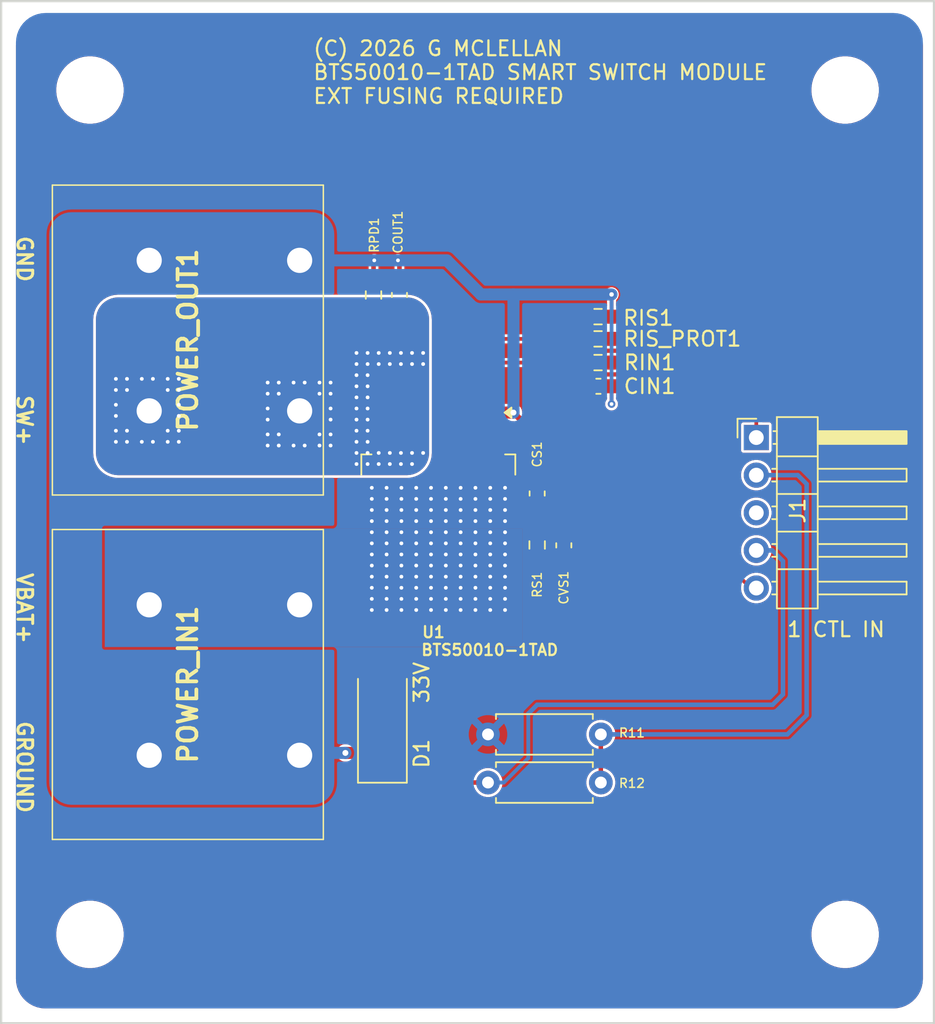
<source format=kicad_pcb>
(kicad_pcb (version 20241229) (generator "pcbnew") (generator_version "9.0")
  (layers (0 "F.Cu" signal) (2 "B.Cu" signal) (13 "F.Paste" user) (15 "B.Paste" user) (5 "F.SilkS" user "F.Silkscreen") (7 "B.SilkS" user "B.Silkscreen") (1 "F.Mask" user) (3 "B.Mask" user) (25 "Edge.Cuts" user))
  (net 0 "")
  (net 1 "GND")
  (net 2 "Net-(U1-IN)")
  (net 4 "Net-(CS1-Pad1)")
  (net 5 "+12V")
  (net 6 "/VS")
  (net 7 "/SW1IS")
  (net 8 "/SW1IN")
  (net 9 "/SW1OUT")
  (net 10 "/SW1IS_PD")
  (footprint "Resistor_SMD:R_0603_1608Metric_Pad0.98x0.95mm_HandSolder" (layer "F.Cu") (at 130.3125 90.4 180)
    (property "Reference" "RIN1" (at -3.4875 0 0) (layer "F.SilkS"))
    (property "Value" "4K7" (hide yes))
    (fp_line (start -0.254724 0.5225) (end 0.254724 0.5225) (stroke (width 0.12)) (layer "F.SilkS"))
    (fp_line (start -0.254724 -0.5225) (end 0.254724 -0.5225) (stroke (width 0.12)) (layer "F.SilkS"))
    (pad "1" smd roundrect (at -0.9125 0 180) (size 0.975 0.95) (layers "F.Cu" "F.Mask" "F.Paste") (net 8 "/SW1IN"))
    (pad "2" smd roundrect (at 0.9125 0 180) (size 0.975 0.95) (layers "F.Cu" "F.Mask" "F.Paste") (net 2 "Net-(U1-IN)"))
  )
  (footprint "SamacSys_Parts:VP0265840000G" (layer "F.Cu") (at 100 106.75 -90)
    (property "Reference" "POWER_IN1" (at 5.38 -2.61 270) (layer "F.SilkS") (effects (font (size 1.27 1.27) (thickness 0.254))))
    (property "Value" "PWRIN" (hide yes))
    (fp_line (start -5.08 6.54) (end -5.08 -11.76) (stroke (width 0.1)) (layer "F.SilkS"))
    (fp_line (start 15.84 6.54) (end -5.08 6.54) (stroke (width 0.1)) (layer "F.SilkS"))
    (fp_line (start -5.08 -11.76) (end 15.84 -11.76) (stroke (width 0.1)) (layer "F.SilkS"))
    (fp_line (start 15.84 -11.76) (end 15.84 6.54) (stroke (width 0.1)) (layer "F.SilkS"))
    (pad "1" thru_hole circle (at 0 0 270) (size 2.55 2.55) (drill 1.7) (layers "*.Cu" "*.Mask") (net 5 "+12V"))
    (pad "2" thru_hole circle (at 0 -10.16 270) (size 2.55 2.55) (drill 1.7) (layers "*.Cu" "*.Mask") (net 5 "+12V"))
    (pad "3" thru_hole circle (at 10.16 0 270) (size 2.55 2.55) (drill 1.7) (layers "*.Cu" "*.Mask") (net 1 "GND"))
    (pad "4" thru_hole circle (at 10.16 -10.16 270) (size 2.55 2.55) (drill 1.7) (layers "*.Cu" "*.Mask") (net 1 "GND"))
  )
  (footprint "Package_TO_SOT_SMD:TO-263-7_TabPin4" (layer "F.Cu") (at 119.525 101.425 -90)
    (property "Reference" "U1" (at 7.175 0.325 0) (layer "F.SilkS") (effects (font (size 0.75 0.75))))
    (property "Value" "BTS50010-1TAD" (at 8.375 -3.475 180) (layer "F.SilkS") (effects (font (size 0.75 0.75))))
    (fp_line (start -4.825 5.2) (end -4.825 4.51) (stroke (width 0.12)) (layer "F.SilkS"))
    (fp_line (start -3.46 5.2) (end -4.825 5.2) (stroke (width 0.12)) (layer "F.SilkS"))
    (fp_line (start -4.825 -5.2) (end -4.825 -4.51) (stroke (width 0.12)) (layer "F.SilkS"))
    (fp_line (start -3.46 -5.2) (end -4.825 -5.2) (stroke (width 0.12)) (layer "F.SilkS"))
    (fp_poly (pts (xy -7.65 -4.47) (xy -7.99 -4.94) (xy -7.31 -4.94)) (stroke (width 0.12)) (fill yes) (layer "F.SilkS"))
    (pad "1" smd roundrect (at -7.65 -3.81 270) (size 4.6 0.8) (layers "F.Cu" "F.Mask" "F.Paste") (net 1 "GND"))
    (pad "2" smd roundrect (at -7.65 -2.54 270) (size 4.6 0.8) (layers "F.Cu" "F.Mask" "F.Paste") (net 2 "Net-(U1-IN)"))
    (pad "3" smd roundrect (at -7.65 -1.27 270) (size 4.6 0.8) (layers "F.Cu" "F.Mask" "F.Paste") (net 10 "/SW1IS_PD"))
    (pad "4" smd roundrect (at -7.65 0 270) (size 4.6 0.8) (layers "F.Cu" "F.Mask" "F.Paste") (net 5 "+12V"))
    (pad "4" smd roundrect (at 1.5 0 270) (size 9.4 10.8) (layers "F.Cu" "F.Mask") (roundrect_rratio 0.026596) (net 5 "+12V"))
    (pad "5" smd roundrect (at -7.65 1.27 270) (size 4.6 0.8) (layers "F.Cu" "F.Mask" "F.Paste") (net 9 "/SW1OUT"))
    (pad "6" smd roundrect (at -7.65 2.54 270) (size 4.6 0.8) (layers "F.Cu" "F.Mask" "F.Paste") (net 9 "/SW1OUT"))
    (pad "7" smd roundrect (at -7.65 3.81 270) (size 4.6 0.8) (layers "F.Cu" "F.Mask" "F.Paste") (net 9 "/SW1OUT"))
  )
  (footprint "MountingHole:MountingHole_4.3mm_M4" (layer "F.Cu") (at 147 129)
    (property "Reference" "H4" (hide yes))
    (property "Value" "M4 4.3mm" (hide yes))
    (pad "" np_thru_hole circle (at 0 0) (size 4.3 4.3) (drill 4.3) (layers "*.Cu" "*.Mask"))
  )
  (footprint "Resistor_SMD:R_0603_1608Metric_Pad0.98x0.95mm_HandSolder" (layer "F.Cu") (at 115.15 85.8375 -90)
    (property "Reference" "RPD1" (at -4.0375 -0.05 90) (layer "F.SilkS") (effects (font (size 0.6 0.6) (thickness 0.1) (bold yes))))
    (property "Value" "47K" (hide yes))
    (fp_line (start -0.254724 0.5225) (end 0.254724 0.5225) (stroke (width 0.12)) (layer "F.SilkS"))
    (fp_line (start -0.254724 -0.5225) (end 0.254724 -0.5225) (stroke (width 0.12)) (layer "F.SilkS"))
    (pad "1" smd roundrect (at -0.9125 0 270) (size 0.975 0.95) (layers "F.Cu" "F.Mask" "F.Paste") (net 1 "GND"))
    (pad "2" smd roundrect (at 0.9125 0 270) (size 0.975 0.95) (layers "F.Cu" "F.Mask" "F.Paste") (net 9 "/SW1OUT"))
  )
  (footprint "Capacitor_SMD:C_0603_1608Metric_Pad1.08x0.95mm_HandSolder" (layer "F.Cu") (at 116.9 85.8375 90)
    (property "Reference" "COUT1" (at 4.2375 -0.1 90) (layer "F.SilkS") (effects (font (size 0.6 0.6) (thickness 0.1) (bold yes))))
    (property "Value" "10n" (hide yes))
    (fp_line (start -0.146267 -0.51) (end 0.146267 -0.51) (stroke (width 0.12)) (layer "F.SilkS"))
    (fp_line (start -0.146267 0.51) (end 0.146267 0.51) (stroke (width 0.12)) (layer "F.SilkS"))
    (pad "1" smd roundrect (at -0.8625 0 90) (size 1.075 0.95) (layers "F.Cu" "F.Mask" "F.Paste") (net 9 "/SW1OUT"))
    (pad "2" smd roundrect (at 0.8625 0 90) (size 1.075 0.95) (layers "F.Cu" "F.Mask" "F.Paste") (net 1 "GND"))
  )
  (footprint "Resistor_SMD:R_0603_1608Metric_Pad0.98x0.95mm_HandSolder" (layer "F.Cu") (at 126.2 102.7125 -90)
    (property "Reference" "RS1" (at 2.6875 0 90) (layer "F.SilkS") (effects (font (size 0.6 0.6) (thickness 0.1) (bold yes))))
    (property "Value" "3R9" (hide yes))
    (fp_line (start -0.254724 0.5225) (end 0.254724 0.5225) (stroke (width 0.12)) (layer "F.SilkS"))
    (fp_line (start -0.254724 -0.5225) (end 0.254724 -0.5225) (stroke (width 0.12)) (layer "F.SilkS"))
    (pad "1" smd roundrect (at -0.9125 0 270) (size 0.975 0.95) (layers "F.Cu" "F.Mask" "F.Paste") (net 4 "Net-(CS1-Pad1)"))
    (pad "2" smd roundrect (at 0.9125 0 270) (size 0.975 0.95) (layers "F.Cu" "F.Mask" "F.Paste") (net 5 "+12V"))
  )
  (footprint "Resistor_THT:R_Axial_DIN0207_L6.3mm_D2.5mm_P7.62mm_Horizontal" (layer "F.Cu") (at 130.5 115.5 180)
    (property "Reference" "R11" (at -2.1 0.1 0) (layer "F.SilkS") (effects (font (size 0.6 0.6) (thickness 0.1) (bold yes))))
    (property "Value" "4K7" (hide yes))
    (fp_line (start 7.08 1.37) (end 7.08 1.04) (stroke (width 0.12)) (layer "F.SilkS"))
    (fp_line (start 7.08 -1.37) (end 7.08 -1.04) (stroke (width 0.12)) (layer "F.SilkS"))
    (fp_line (start 0.54 1.37) (end 7.08 1.37) (stroke (width 0.12)) (layer "F.SilkS"))
    (fp_line (start 0.54 1.04) (end 0.54 1.37) (stroke (width 0.12)) (layer "F.SilkS"))
    (fp_line (start 0.54 -1.04) (end 0.54 -1.37) (stroke (width 0.12)) (layer "F.SilkS"))
    (fp_line (start 0.54 -1.37) (end 7.08 -1.37) (stroke (width 0.12)) (layer "F.SilkS"))
    (pad "1" thru_hole circle (at 0 0 180) (size 1.6 1.6) (drill 0.8) (layers "*.Cu" "*.Mask") (net 6 "/VS"))
    (pad "2" thru_hole circle (at 7.62 0 180) (size 1.6 1.6) (drill 0.8) (layers "*.Cu" "*.Mask") (net 5 "+12V"))
  )
  (footprint "Resistor_THT:R_Axial_DIN0207_L6.3mm_D2.5mm_P7.62mm_Horizontal" (layer "F.Cu") (at 122.88 118.75)
    (property "Reference" "R12" (at 9.72 0.05 0) (layer "F.SilkS") (effects (font (size 0.6 0.6) (thickness 0.1) (bold yes))))
    (property "Value" "1K0" (hide yes))
    (fp_line (start 0.54 -1.37) (end 7.08 -1.37) (stroke (width 0.12)) (layer "F.SilkS"))
    (fp_line (start 0.54 -1.04) (end 0.54 -1.37) (stroke (width 0.12)) (layer "F.SilkS"))
    (fp_line (start 0.54 1.04) (end 0.54 1.37) (stroke (width 0.12)) (layer "F.SilkS"))
    (fp_line (start 0.54 1.37) (end 7.08 1.37) (stroke (width 0.12)) (layer "F.SilkS"))
    (fp_line (start 7.08 -1.37) (end 7.08 -1.04) (stroke (width 0.12)) (layer "F.SilkS"))
    (fp_line (start 7.08 1.37) (end 7.08 1.04) (stroke (width 0.12)) (layer "F.SilkS"))
    (pad "1" thru_hole circle (at 0 0) (size 1.6 1.6) (drill 0.8) (layers "*.Cu" "*.Mask") (net 1 "GND"))
    (pad "2" thru_hole circle (at 7.62 0) (size 1.6 1.6) (drill 0.8) (layers "*.Cu" "*.Mask") (net 6 "/VS"))
  )
  (footprint "MountingHole:MountingHole_4.3mm_M4" (layer "F.Cu") (at 96 72)
    (property "Reference" "H1" (hide yes))
    (property "Value" "M4 4.3mm" (hide yes))
    (pad "" np_thru_hole circle (at 0 0) (size 4.3 4.3) (drill 4.3) (layers "*.Cu" "*.Mask"))
  )
  (footprint "MountingHole:MountingHole_4.3mm_M4" (layer "F.Cu") (at 96 129)
    (property "Reference" "H2" (hide yes))
    (property "Value" "M4 4.3mm" (hide yes))
    (pad "" np_thru_hole circle (at 0 0) (size 4.3 4.3) (drill 4.3) (layers "*.Cu" "*.Mask"))
  )
  (footprint "SamacSys_Parts:VP0265840000G" (layer "F.Cu") (at 100 83.5 -90)
    (property "Reference" "POWER_OUT1" (at 5.38 -2.61 270) (layer "F.SilkS") (effects (font (size 1.27 1.27) (thickness 0.254))))
    (property "Value" "SW OUT" (hide yes))
    (fp_line (start -5.08 6.54) (end -5.08 -11.76) (stroke (width 0.1)) (layer "F.SilkS"))
    (fp_line (start 15.84 6.54) (end -5.08 6.54) (stroke (width 0.1)) (layer "F.SilkS"))
    (fp_line (start -5.08 -11.76) (end 15.84 -11.76) (stroke (width 0.1)) (layer "F.SilkS"))
    (fp_line (start 15.84 -11.76) (end 15.84 6.54) (stroke (width 0.1)) (layer "F.SilkS"))
    (pad "1" thru_hole circle (at 0 0 270) (size 2.55 2.55) (drill 1.7) (layers "*.Cu" "*.Mask") (net 1 "GND"))
    (pad "2" thru_hole circle (at 0 -10.16 270) (size 2.55 2.55) (drill 1.7) (layers "*.Cu" "*.Mask") (net 1 "GND"))
    (pad "3" thru_hole circle (at 10.16 0 270) (size 2.55 2.55) (drill 1.7) (layers "*.Cu" "*.Mask") (net 9 "/SW1OUT"))
    (pad "4" thru_hole circle (at 10.16 -10.16 270) (size 2.55 2.55) (drill 1.7) (layers "*.Cu" "*.Mask") (net 9 "/SW1OUT"))
  )
  (footprint "Capacitor_SMD:C_0603_1608Metric_Pad1.08x0.95mm_HandSolder" (layer "F.Cu") (at 128 102.7375 90)
    (property "Reference" "CVS1" (at -2.8625 0 90) (layer "F.SilkS") (effects (font (size 0.6 0.6) (thickness 0.1) (bold yes))))
    (property "Value" "100n" (hide yes))
    (fp_line (start -0.146267 -0.51) (end 0.146267 -0.51) (stroke (width 0.12)) (layer "F.SilkS"))
    (fp_line (start -0.146267 0.51) (end 0.146267 0.51) (stroke (width 0.12)) (layer "F.SilkS"))
    (pad "1" smd roundrect (at -0.8625 0 90) (size 1.075 0.95) (layers "F.Cu" "F.Mask" "F.Paste") (net 5 "+12V"))
    (pad "2" smd roundrect (at 0.8625 0 90) (size 1.075 0.95) (layers "F.Cu" "F.Mask" "F.Paste") (net 1 "GND"))
  )
  (footprint "Diode_SMD:D_SMA_Handsoldering" (layer "F.Cu") (at 115.75 114.25 90)
    (property "Reference" "D1" (at -2.55 2.65 90) (layer "F.SilkS"))
    (property "Value" "33V" (at 2.25 2.65 90) (layer "F.SilkS"))
    (fp_line (start -4.51 -1.65) (end 2.5 -1.65) (stroke (width 0.12)) (layer "F.SilkS"))
    (fp_line (start -4.51 -1.65) (end -4.51 1.65) (stroke (width 0.12)) (layer "F.SilkS"))
    (fp_line (start -4.51 1.65) (end 2.5 1.65) (stroke (width 0.12)) (layer "F.SilkS"))
    (pad "1" smd roundrect (at -2.5 0 90) (size 3.5 1.8) (layers "F.Cu" "F.Mask" "F.Paste") (roundrect_rratio 0.1388888889) (net 1 "GND"))
    (pad "2" smd roundrect (at 2.5 0 90) (size 3.5 1.8) (layers "F.Cu" "F.Mask" "F.Paste") (roundrect_rratio 0.1388888889) (net 5 "+12V"))
  )
  (footprint "Resistor_SMD:R_0603_1608Metric_Pad0.98x0.95mm_HandSolder" (layer "F.Cu") (at 130.3125 88.8 180)
    (property "Reference" "RIS_PROT1" (at -5.6875 0 0) (layer "F.SilkS"))
    (property "Value" "4K7" (hide yes))
    (fp_line (start -0.254724 0.5225) (end 0.254724 0.5225) (stroke (width 0.12)) (layer "F.SilkS"))
    (fp_line (start -0.254724 -0.5225) (end 0.254724 -0.5225) (stroke (width 0.12)) (layer "F.SilkS"))
    (pad "1" smd roundrect (at -0.9125 0 180) (size 0.975 0.95) (layers "F.Cu" "F.Mask" "F.Paste") (net 7 "/SW1IS"))
    (pad "2" smd roundrect (at 0.9125 0 180) (size 0.975 0.95) (layers "F.Cu" "F.Mask" "F.Paste") (net 10 "/SW1IS_PD"))
  )
  (footprint "Capacitor_SMD:C_0603_1608Metric_Pad1.08x0.95mm_HandSolder" (layer "F.Cu") (at 126.2 99.2375 90)
    (property "Reference" "CS1" (at 2.6375 0 90) (layer "F.SilkS") (effects (font (size 0.6 0.6) (thickness 0.1) (bold yes))))
    (property "Value" "4u7" (hide yes))
    (fp_line (start -0.146267 -0.51) (end 0.146267 -0.51) (stroke (width 0.12)) (layer "F.SilkS"))
    (fp_line (start -0.146267 0.51) (end 0.146267 0.51) (stroke (width 0.12)) (layer "F.SilkS"))
    (pad "1" smd roundrect (at -0.8625 0 90) (size 1.075 0.95) (layers "F.Cu" "F.Mask" "F.Paste") (net 4 "Net-(CS1-Pad1)"))
    (pad "2" smd roundrect (at 0.8625 0 90) (size 1.075 0.95) (layers "F.Cu" "F.Mask" "F.Paste") (net 1 "GND"))
  )
  (footprint "MountingHole:MountingHole_4.3mm_M4" (layer "F.Cu") (at 147 72)
    (property "Reference" "H3" (hide yes))
    (property "Value" "M4 4.3mm" (hide yes))
    (pad "" np_thru_hole circle (at 0 0) (size 4.3 4.3) (drill 4.3) (layers "*.Cu" "*.Mask"))
  )
  (footprint "Resistor_SMD:R_0603_1608Metric_Pad0.98x0.95mm_HandSolder" (layer "F.Cu") (at 130.3125 87.3 180)
    (property "Reference" "RIS1" (at -3.392895 -0.089209 0) (layer "F.SilkS"))
    (property "Value" "1K0" (hide yes))
    (fp_line (start -0.254724 0.5225) (end 0.254724 0.5225) (stroke (width 0.12)) (layer "F.SilkS"))
    (fp_line (start -0.254724 -0.5225) (end 0.254724 -0.5225) (stroke (width 0.12)) (layer "F.SilkS"))
    (pad "1" smd roundrect (at -0.9125 0 180) (size 0.975 0.95) (layers "F.Cu" "F.Mask" "F.Paste") (net 1 "GND"))
    (pad "2" smd roundrect (at 0.9125 0 180) (size 0.975 0.95) (layers "F.Cu" "F.Mask" "F.Paste") (net 10 "/SW1IS_PD"))
  )
  (footprint "Capacitor_SMD:C_0603_1608Metric_Pad1.08x0.95mm_HandSolder" (layer "F.Cu") (at 130.3375 92)
    (property "Reference" "CIN1" (at 3.4625 0 0) (layer "F.SilkS"))
    (property "Value" "150n" (hide yes))
    (fp_line (start -0.146267 -0.51) (end 0.146267 -0.51) (stroke (width 0.12)) (layer "F.SilkS"))
    (fp_line (start -0.146267 0.51) (end 0.146267 0.51) (stroke (width 0.12)) (layer "F.SilkS"))
    (pad "1" smd roundrect (at -0.8625 0) (size 1.075 0.95) (layers "F.Cu" "F.Mask" "F.Paste") (net 2 "Net-(U1-IN)"))
    (pad "2" smd roundrect (at 0.8625 0) (size 1.075 0.95) (layers "F.Cu" "F.Mask" "F.Paste") (net 1 "GND"))
  )
  (footprint "Connector_PinHeader_2.54mm:PinHeader_1x05_P2.54mm_Horizontal" (layer "F.Cu") (at 141 95.46)
    (property "Reference" "J1" (at 2.8 4.94 90) (layer "F.SilkS"))
    (property "Value" "CTL" (hide yes))
    (fp_line (start -1.27 -1.27) (end 0 -1.27) (stroke (width 0.12)) (layer "F.SilkS"))
    (fp_line (start -1.27 0) (end -1.27 -1.27) (stroke (width 0.12)) (layer "F.SilkS"))
    (fp_line (start 1.077358 2.11) (end 1.39 2.11) (stroke (width 0.12)) (layer "F.SilkS"))
    (fp_line (start 1.077358 2.97) (end 1.39 2.97) (stroke (width 0.12)) (layer "F.SilkS"))
    (fp_line (start 1.077358 4.65) (end 1.39 4.65) (stroke (width 0.12)) (layer "F.SilkS"))
    (fp_line (start 1.077358 5.51) (end 1.39 5.51) (stroke (width 0.12)) (layer "F.SilkS"))
    (fp_line (start 1.077358 7.19) (end 1.39 7.19) (stroke (width 0.12)) (layer "F.SilkS"))
    (fp_line (start 1.077358 8.05) (end 1.39 8.05) (stroke (width 0.12)) (layer "F.SilkS"))
    (fp_line (start 1.077358 9.73) (end 1.39 9.73) (stroke (width 0.12)) (layer "F.SilkS"))
    (fp_line (start 1.077358 10.59) (end 1.39 10.59) (stroke (width 0.12)) (layer "F.SilkS"))
    (fp_line (start 1.16 -0.43) (end 1.39 -0.43) (stroke (width 0.12)) (layer "F.SilkS"))
    (fp_line (start 1.16 0.43) (end 1.39 0.43) (stroke (width 0.12)) (layer "F.SilkS"))
    (fp_line (start 1.39 1.27) (end 4.15 1.27) (stroke (width 0.12)) (layer "F.SilkS"))
    (fp_line (start 1.39 3.81) (end 4.15 3.81) (stroke (width 0.12)) (layer "F.SilkS"))
    (fp_line (start 1.39 6.35) (end 4.15 6.35) (stroke (width 0.12)) (layer "F.SilkS"))
    (fp_line (start 1.39 8.89) (end 4.15 8.89) (stroke (width 0.12)) (layer "F.SilkS"))
    (fp_line (start 4.15 2.11) (end 10.15 2.11) (stroke (width 0.12)) (layer "F.SilkS"))
    (fp_line (start 4.15 4.65) (end 10.15 4.65) (stroke (width 0.12)) (layer "F.SilkS"))
    (fp_line (start 4.15 7.19) (end 10.15 7.19) (stroke (width 0.12)) (layer "F.SilkS"))
    (fp_line (start 4.15 9.73) (end 10.15 9.73) (stroke (width 0.12)) (layer "F.SilkS"))
    (fp_line (start 10.15 2.11) (end 10.15 2.97) (stroke (width 0.12)) (layer "F.SilkS"))
    (fp_line (start 10.15 2.97) (end 4.15 2.97) (stroke (width 0.12)) (layer "F.SilkS"))
    (fp_line (start 10.15 4.65) (end 10.15 5.51) (stroke (width 0.12)) (layer "F.SilkS"))
    (fp_line (start 10.15 5.51) (end 4.15 5.51) (stroke (width 0.12)) (layer "F.SilkS"))
    (fp_line (start 10.15 7.19) (end 10.15 8.05) (stroke (width 0.12)) (layer "F.SilkS"))
    (fp_line (start 10.15 8.05) (end 4.15 8.05) (stroke (width 0.12)) (layer "F.SilkS"))
    (fp_line (start 10.15 9.73) (end 10.15 10.59) (stroke (width 0.12)) (layer "F.SilkS"))
    (fp_line (start 10.15 10.59) (end 4.15 10.59) (stroke (width 0.12)) (layer "F.SilkS"))
    (fp_rect (start 1.39 -1.38) (end 4.15 11.54) (stroke (width 0.12)) (fill no) (layer "F.SilkS"))
    (fp_rect (start 4.15 -0.43) (end 10.15 0.43) (stroke (width 0.12)) (fill yes) (layer "F.SilkS"))
    (pad "1" thru_hole rect (at 0 0) (size 1.7 1.7) (drill 1) (layers "*.Cu" "*.Mask") (net 7 "/SW1IS"))
    (pad "2" thru_hole circle (at 0 2.54) (size 1.7 1.7) (drill 1) (layers "*.Cu" "*.Mask") (net 6 "/VS"))
    (pad "3" thru_hole circle (at 0 5.08) (size 1.7 1.7) (drill 1) (layers "*.Cu" "*.Mask"))
    (pad "4" thru_hole circle (at 0 7.62) (size 1.7 1.7) (drill 1) (layers "*.Cu" "*.Mask") (net 1 "GND"))
    (pad "5" thru_hole circle (at 0 10.16) (size 1.7 1.7) (drill 1) (layers "*.Cu" "*.Mask") (net 8 "/SW1IN"))
  )
  (gr_rect (start 90 66) (end 153 135) (stroke (width 0.1524)) (fill no) (layer "Edge.Cuts"))
  (gr_text "GND" (at 91 81.75 270) (layer "F.SilkS") (effects (font (size 1 1) (thickness 0.2) (bold yes)) (justify left bottom)))
  (gr_text "1 CTL IN" (at 143 109 0) (layer "F.SilkS") (effects (font (size 1 1)) (justify left bottom)))
  (gr_text "SW+\n" (at 91 92.5 270) (layer "F.SilkS") (effects (font (size 1 1) (thickness 0.2) (bold yes)) (justify left bottom)))
  (gr_text "GROUND" (at 91 114.5 270) (layer "F.SilkS") (effects (font (size 1 1) (thickness 0.2) (bold yes)) (justify left bottom)))
  (gr_text "VBAT+" (at 91 104.5 270) (layer "F.SilkS") (effects (font (size 1 1) (thickness 0.2) (bold yes)) (justify left bottom)))
  (gr_text "(C) 2026 G MCLELLAN\nBTS50010-1TAD SMART SWITCH MODULE\nEXT FUSING REQUIRED" (at 111 73 0) (layer "F.SilkS") (effects (font (size 1 1)) (justify left bottom)))
  (segment (start 126.2 98.375) (end 127.375 98.375) (width 0.305) (layer "F.Cu") (net 1))
  (segment (start 131.225 92.025) (end 131.2 92) (width 0.254) (layer "F.Cu") (net 1))
  (segment (start 100 83.5) (end 110.16 83.5) (width 2) (layer "F.Cu") (net 1))
  (segment (start 128 99) (end 128 101.875) (width 0.305) (layer "F.Cu") (net 1))
  (segment (start 131.225 87.3) (end 131.225 85.8) (width 0.254) (layer "F.Cu") (net 1))
  (segment (start 117.5 116.75) (end 119.5 118.75) (width 0.305) (layer "F.Cu") (net 1))
  (segment (start 94.75 111.66) (end 100 116.91) (width 2) (layer "F.Cu") (net 1))
  (segment (start 100 116.91) (end 110.16 116.91) (width 2) (layer "F.Cu") (net 1))
  (segment (start 96.25 83.5) (end 94.75 85) (width 2) (layer "F.Cu") (net 1))
  (segment (start 115.15 83.55) (end 115.2 83.5) (width 0.305) (layer "F.Cu") (net 1))
  (segment (start 115.15 84.925) (end 115.15 83.55) (width 0.305) (layer "F.Cu") (net 1))
  (segment (start 115.75 116.75) (end 113.25 116.75) (width 0.8128) (layer "F.Cu") (net 1))
  (segment (start 115.75 116.75) (end 117.5 116.75) (width 0.305) (layer "F.Cu") (net 1))
  (segment (start 124.6 93.775) (end 123.335 93.775) (width 0.8128) (layer "F.Cu") (net 1))
  (segment (start 100 83.5) (end 96.25 83.5) (width 2) (layer "F.Cu") (net 1))
  (segment (start 119.5 118.75) (end 122.88 118.75) (width 0.305) (layer "F.Cu") (net 1))
  (segment (start 94.75 85) (end 94.75 111.66) (width 2) (layer "F.Cu") (net 1))
  (segment (start 127.375 98.375) (end 128 99) (width 0.305) (layer "F.Cu") (net 1))
  (segment (start 116.9 83.6) (end 116.8 83.5) (width 0.305) (layer "F.Cu") (net 1))
  (segment (start 131.225 93.2) (end 131.225 92.025) (width 0.254) (layer "F.Cu") (net 1))
  (segment (start 126.2 98.375) (end 126.2 95.375) (width 0.406) (layer "F.Cu") (net 1))
  (segment (start 116.9 84.975) (end 116.9 83.6) (width 0.305) (layer "F.Cu") (net 1))
  (segment (start 126.2 95.375) (end 124.6 93.775) (width 0.406) (layer "F.Cu") (net 1))
  (via (at 131.225 85.8) (size 0.6) (drill 0.3) (layers "F.Cu" "B.Cu") (net 1))
  (via (at 124.6 93.775) (size 0.8) (drill 0.4) (layers "F.Cu" "B.Cu") (net 1))
  (via (at 131.225 93.2) (size 0.508) (drill 0.254) (layers "F.Cu" "B.Cu") (net 1))
  (via (at 113.25 116.75) (size 0.8) (drill 0.4) (layers "F.Cu" "B.Cu") (net 1))
  (via (at 116.8 83.5) (size 0.508) (drill 0.254) (layers "F.Cu" "B.Cu") (net 1))
  (via (at 115.2 83.5) (size 0.508) (drill 0.254) (layers "F.Cu" "B.Cu") (net 1))
  (segment (start 122.4 85.8) (end 120.1 83.5) (width 0.8128) (layer "B.Cu") (net 1))
  (segment (start 126.2 113.5) (end 125.6 114.1) (width 0.305) (layer "B.Cu") (net 1))
  (segment (start 141 103.08) (end 142.08 103.08) (width 0.305) (layer "B.Cu") (net 1))
  (segment (start 142.8 112.8) (end 142.1 113.5) (width 0.305) (layer "B.Cu") (net 1))
  (segment (start 142.1 113.5) (end 142 113.5) (width 0.305) (layer "B.Cu") (net 1))
  (segment (start 124.6 85.8) (end 124.6 93.775) (width 0.8128) (layer "B.Cu") (net 1))
  (segment (start 123.95 118.75) (end 125.6 117.1) (width 0.254) (layer "B.Cu") (net 1))
  (segment (start 120.1 83.5) (end 110.16 83.5) (width 0.8128) (layer "B.Cu") (net 1))
  (segment (start 142 113.5) (end 126.2 113.5) (width 0.305) (layer "B.Cu") (net 1))
  (segment (start 131.225 93.2) (end 131.225 85.8) (width 0.254) (layer "B.Cu") (net 1))
  (segment (start 131.225 85.8) (end 123 85.8) (width 0.8128) (layer "B.Cu") (net 1))
  (segment (start 142.8 103.8) (end 142.8 112.8) (width 0.305) (layer "B.Cu") (net 1))
  (segment (start 110.32 116.75) (end 110.16 116.91) (width 0.61) (layer "B.Cu") (net 1))
  (segment (start 123.4 85.8) (end 124.6 85.8) (width 0.61) (layer "B.Cu") (net 1))
  (segment (start 123 85.8) (end 122.4 85.8) (width 0.8128) (layer "B.Cu") (net 1))
  (segment (start 142.08 103.08) (end 142.8 103.8) (width 0.305) (layer "B.Cu") (net 1))
  (segment (start 113.25 116.75) (end 110.32 116.75) (width 0.8128) (layer "B.Cu") (net 1))
  (segment (start 122.88 118.75) (end 123.95 118.75) (width 0.254) (layer "B.Cu") (net 1))
  (segment (start 125.6 117.1) (end 125.6 114.1) (width 0.254) (layer "B.Cu") (net 1))
  (segment (start 122.065 93.775) (end 122.065 91.475) (width 0.254) (layer "F.Cu") (net 2))
  (segment (start 129.4 91.925) (end 129.475 92) (width 0.254) (layer "F.Cu") (net 2))
  (segment (start 123.14 90.4) (end 129.4 90.4) (width 0.254) (layer "F.Cu") (net 2))
  (segment (start 129.4 90.4) (end 129.4 91.925) (width 0.254) (layer "F.Cu") (net 2))
  (segment (start 122.065 91.475) (end 123.14 90.4) (width 0.254) (layer "F.Cu") (net 2))
  (segment (start 126.2 101.8) (end 126.2 100.1) (width 0.305) (layer "F.Cu") (net 4))
  (segment (start 122.35 100.1) (end 119.525 102.925) (width 0.254) (layer "F.Cu") (net 5))
  (via (at 119.032155 106.352587) (size 0.508) (drill 0.254) (layers "F.Cu" "B.Cu") (net 5))
  (via (at 120.032155 100.352587) (size 0.508) (drill 0.254) (layers "F.Cu" "B.Cu") (net 5))
  (via (at 124.032155 98.852587) (size 0.508) (drill 0.254) (layers "F.Cu" "B.Cu") (net 5))
  (via (at 117.032155 105.602587) (size 0.508) (drill 0.254) (layers "F.Cu" "B.Cu") (net 5))
  (via (at 115.032155 105.602587) (size 0.508) (drill 0.254) (layers "F.Cu" "B.Cu") (net 5))
  (via (at 117.032155 103.352587) (size 0.508) (drill 0.254) (layers "F.Cu" "B.Cu") (net 5))
  (via (at 117.032155 104.102587) (size 0.508) (drill 0.254) (layers "F.Cu" "B.Cu") (net 5))
  (via (at 123.032155 103.352587) (size 0.508) (drill 0.254) (layers "F.Cu" "B.Cu") (net 5))
  (via (at 116.032155 99.602587) (size 0.508) (drill 0.254) (layers "F.Cu" "B.Cu") (net 5))
  (via (at 116.032155 103.352587) (size 0.508) (drill 0.254) (layers "F.Cu" "B.Cu") (net 5))
  (via (at 119.032155 101.102587) (size 0.508) (drill 0.254) (layers "F.Cu" "B.Cu") (net 5))
  (via (at 122.032155 102.602587) (size 0.508) (drill 0.254) (layers "F.Cu" "B.Cu") (net 5))
  (via (at 115.032155 98.852587) (size 0.508) (drill 0.254) (layers "F.Cu" "B.Cu") (net 5))
  (via (at 123.032155 100.352587) (size 0.508) (drill 0.254) (layers "F.Cu" "B.Cu") (net 5))
  (via (at 115.032155 104.852587) (size 0.508) (drill 0.254) (layers "F.Cu" "B.Cu") (net 5))
  (via (at 115.032155 103.352587) (size 0.508) (drill 0.254) (layers "F.Cu" "B.Cu") (net 5))
  (via (at 118.032155 107.102587) (size 0.508) (drill 0.254) (layers "F.Cu" "B.Cu") (net 5))
  (via (at 119.032155 100.352587) (size 0.508) (drill 0.254) (layers "F.Cu" "B.Cu") (net 5))
  (via (at 123.032155 106.352587) (size 0.508) (drill 0.254) (layers "F.Cu" "B.Cu") (net 5))
  (via (at 124.032155 101.102587) (size 0.508) (drill 0.254) (layers "F.Cu" "B.Cu") (net 5))
  (via (at 123.032155 101.852587) (size 0.508) (drill 0.254) (layers "F.Cu" "B.Cu") (net 5))
  (via (at 115.032155 99.602587) (size 0.508) (drill 0.254) (layers "F.Cu" "B.Cu") (net 5))
  (via (at 124.032155 102.602587) (size 0.508) (drill 0.254) (layers "F.Cu" "B.Cu") (net 5))
  (via (at 120.032155 98.852587) (size 0.508) (drill 0.254) (layers "F.Cu" "B.Cu") (net 5))
  (via (at 118.032155 102.602587) (size 0.508) (drill 0.254) (layers "F.Cu" "B.Cu") (net 5))
  (via (at 116.032155 106.352587) (size 0.508) (drill 0.254) (layers "F.Cu" "B.Cu") (net 5))
  (via (at 120.032155 103.352587) (size 0.508) (drill 0.254) (layers "F.Cu" "B.Cu") (net 5))
  (via (at 120.032155 104.852587) (size 0.508) (drill 0.254) (layers "F.Cu" "B.Cu") (net 5))
  (via (at 121.032155 102.602587) (size 0.508) (drill 0.254) (layers "F.Cu" "B.Cu") (net 5))
  (via (at 119.032155 101.852587) (size 0.508) (drill 0.254) (layers "F.Cu" "B.Cu") (net 5))
  (via (at 123.032155 107.102587) (size 0.508) (drill 0.254) (layers "F.Cu" "B.Cu") (net 5))
  (via (at 123.032155 99.602587) (size 0.508) (drill 0.254) (layers "F.Cu" "B.Cu") (net 5))
  (via (at 118.032155 104.852587) (size 0.508) (drill 0.254) (layers "F.Cu" "B.Cu") (net 5))
  (via (at 122.032155 105.602587) (size 0.508) (drill 0.254) (layers "F.Cu" "B.Cu") (net 5))
  (via (at 115.032155 106.352587) (size 0.508) (drill 0.254) (layers "F.Cu" "B.Cu") (net 5))
  (via (at 119.032155 105.602587) (size 0.508) (drill 0.254) (layers "F.Cu" "B.Cu") (net 5))
  (via (at 124.032155 105.602587) (size 0.508) (drill 0.254) (layers "F.Cu" "B.Cu") (net 5))
  (via (at 118.032155 101.102587) (size 0.508) (drill 0.254) (layers "F.Cu" "B.Cu") (net 5))
  (via (at 120.032155 104.102587) (size 0.508) (drill 0.254) (layers "F.Cu" "B.Cu") (net 5))
  (via (at 118.032155 100.352587) (size 0.508) (drill 0.254) (layers "F.Cu" "B.Cu") (net 5))
  (via (at 118.032155 104.102587) (size 0.508) (drill 0.254) (layers "F.Cu" "B.Cu") (net 5))
  (via (at 117.032155 100.352587) (size 0.508) (drill 0.254) (layers "F.Cu" "B.Cu") (net 5))
  (via (at 122.032155 107.102587) (size 0.508) (drill 0.254) (layers "F.Cu" "B.Cu") (net 5))
  (via (at 117.032155 106.352587) (size 0.508) (drill 0.254) (layers "F.Cu" "B.Cu") (net 5))
  (via (at 124.032155 106.352587) (size 0.508) (drill 0.254) (layers "F.Cu" "B.Cu") (net 5))
  (via (at 116.032155 101.102587) (size 0.508) (drill 0.254) (layers "F.Cu" "B.Cu") (net 5))
  (via (at 121.032155 98.852587) (size 0.508) (drill 0.254) (layers "F.Cu" "B.Cu") (net 5))
  (via (at 115.032155 101.852587) (size 0.508) (drill 0.254) (layers "F.Cu" "B.Cu") (net 5))
  (via (at 119.032155 102.602587) (size 0.508) (drill 0.254) (layers "F.Cu" "B.Cu") (net 5))
  (via (at 124.032155 101.852587) (size 0.508) (drill 0.254) (layers "F.Cu" "B.Cu") (net 5))
  (via (at 119.032155 107.102587) (size 0.508) (drill 0.254) (layers "F.Cu" "B.Cu") (net 5))
  (via (at 119.032155 104.102587) (size 0.508) (drill 0.254) (layers "F.Cu" "B.Cu") (net 5))
  (via (at 117.032155 99.602587) (size 0.508) (drill 0.254) (layers "F.Cu" "B.Cu") (net 5))
  (via (at 123.032155 98.852587) (size 0.508) (drill 0.254) (layers "F.Cu" "B.Cu") (net 5))
  (via (at 116.032155 104.852587) (size 0.508) (drill 0.254) (layers "F.Cu" "B.Cu") (net 5))
  (via (at 115.032155 104.102587) (size 0.508) (drill 0.254) (layers "F.Cu" "B.Cu") (net 5))
  (via (at 118.032155 103.352587) (size 0.508) (drill 0.254) (layers "F.Cu" "B.Cu") (net 5))
  (via (at 120.032155 101.852587) (size 0.508) (drill 0.254) (layers "F.Cu" "B.Cu") (net 5))
  (via (at 117.032155 101.852587) (size 0.508) (drill 0.254) (layers "F.Cu" "B.Cu") (net 5))
  (via (at 118.032155 99.602587) (size 0.508) (drill 0.254) (layers "F.Cu" "B.Cu") (net 5))
  (via (at 118.032155 101.852587) (size 0.508) (drill 0.254) (layers "F.Cu" "B.Cu") (net 5))
  (via (at 122.032155 101.102587) (size 0.508) (drill 0.254) (layers "F.Cu" "B.Cu") (net 5))
  (via (at 119.032155 98.852587) (size 0.508) (drill 0.254) (layers "F.Cu" "B.Cu") (net 5))
  (via (at 121.032155 99.602587) (size 0.508) (drill 0.254) (layers "F.Cu" "B.Cu") (net 5))
  (via (at 118.032155 106.352587) (size 0.508) (drill 0.254) (layers "F.Cu" "B.Cu") (net 5))
  (via (at 122.032155 100.352587) (size 0.508) (drill 0.254) (layers "F.Cu" "B.Cu") (net 5))
  (via (at 117.032155 104.852587) (size 0.508) (drill 0.254) (layers "F.Cu" "B.Cu") (net 5))
  (via (at 115.032155 100.352587) (size 0.508) (drill 0.254) (layers "F.Cu" "B.Cu") (net 5))
  (via (at 122.032155 104.852587) (size 0.508) (drill 0.254) (layers "F.Cu" "B.Cu") (net 5))
  (via (at 124.032155 103.352587) (size 0.508) (drill 0.254) (layers "F.Cu" "B.Cu") (net 5))
  (via (at 116.032155 98.852587) (size 0.508) (drill 0.254) (layers "F.Cu" "B.Cu") (net 5))
  (via (at 117.032155 101.102587) (size 0.508) (drill 0.254) (layers "F.Cu" "B.Cu") (net 5))
  (via (at 116.032155 104.102587) (size 0.508) (drill 0.254) (layers "F.Cu" "B.Cu") (net 5))
  (via (at 124.032155 104.102587) (size 0.508) (drill 0.254) (layers "F.Cu" "B.Cu") (net 5))
  (via (at 122.032155 101.852587) (size 0.508) (drill 0.254) (layers "F.Cu" "B.Cu") (net 5))
  (via (at 116.032155 101.852587) (size 0.508) (drill 0.254) (layers "F.Cu" "B.Cu") (net 5))
  (via (at 122.032155 103.352587) (size 0.508) (drill 0.254) (layers "F.Cu" "B.Cu") (net 5))
  (via (at 121.032155 104.102587) (size 0.508) (drill 0.254) (layers "F.Cu" "B.Cu") (net 5))
  (via (at 122.032155 99.602587) (size 0.508) (drill 0.254) (layers "F.Cu" "B.Cu") (net 5))
  (via (at 117.032155 102.602587) (size 0.508) (drill 0.254) (layers "F.Cu" "B.Cu") (net 5))
  (via (at 124.032155 99.602587) (size 0.508) (drill 0.254) (layers "F.Cu" "B.Cu") (net 5))
  (via (at 116.032155 102.602587) (size 0.508) (drill 0.254) (layers "F.Cu" "B.Cu") (net 5))
  (via (at 119.032155 103.352587) (size 0.508) (drill 0.254) (layers "F.Cu" "B.Cu") (net 5))
  (via (at 123.032155 102.602587) (size 0.508) (drill 0.254) (layers "F.Cu" "B.Cu") (net 5))
  (via (at 118.032155 105.602587) (size 0.508) (drill 0.254) (layers "F.Cu" "B.Cu") (net 5))
  (via (at 120.032155 99.602587) (size 0.508) (drill 0.254) (layers "F.Cu" "B.Cu") (net 5))
  (via (at 121.032155 104.852587) (size 0.508) (drill 0.254) (layers "F.Cu" "B.Cu") (net 5))
  (via (at 124.032155 104.852587) (size 0.508) (drill 0.254) (layers "F.Cu" "B.Cu") (net 5))
  (via (at 121.032155 100.352587) (size 0.508) (drill 0.254) (layers "F.Cu" "B.Cu") (net 5))
  (via (at 120.032155 105.602587) (size 0.508) (drill 0.254) (layers "F.Cu" "B.Cu") (net 5))
  (via (at 121.032155 101.102587) (size 0.508) (drill 0.254) (layers "F.Cu" "B.Cu") (net 5))
  (via (at 120.032155 106.352587) (size 0.508) (drill 0.254) (layers "F.Cu" "B.Cu") (net 5))
  (via (at 116.032155 107.102587) (size 0.508) (drill 0.254) (layers "F.Cu" "B.Cu") (net 5))
  (via (at 121.032155 107.102587) (size 0.508) (drill 0.254) (layers "F.Cu" "B.Cu") (net 5))
  (via (at 121.032155 106.352587) (size 0.508) (drill 0.254) (layers "F.Cu" "B.Cu") (net 5))
  (via (at 121.032155 105.602587) (size 0.508) (drill 0.254) (layers "F.Cu" "B.Cu") (net 5))
  (via (at 116.032155 100.352587) (size 0.508) (drill 0.254) (layers "F.Cu" "B.Cu") (net 5))
  (via (at 116.032155 105.602587) (size 0.508) (drill 0.254) (layers "F.Cu" "B.Cu") (net 5))
  (via (at 123.032155 101.102587) (size 0.508) (drill 0.254) (layers "F.Cu" "B.Cu") (net 5))
  (via (at 120.032155 101.102587) (size 0.508) (drill 0.254) (layers "F.Cu" "B.Cu") (net 5))
  (via (at 122.032155 98.852587) (size 0.508) (drill 0.254) (layers "F.Cu" "B.Cu") (net 5))
  (via (at 121.032155 103.352587) (size 0.508) (drill 0.254) (layers "F.Cu" "B.Cu") (net 5))
  (via (at 115.032155 107.102587) (size 0.508) (drill 0.254) (layers "F.Cu" "B.Cu") (net 5))
  (via (at 118.032155 98.852587) (size 0.508) (drill 0.254) (layers "F.Cu" "B.Cu") (net 5))
  (via (at 119.032155 99.602587) (size 0.508) (drill 0.254) (layers "F.Cu" "B.Cu") (net 5))
  (via (at 121.032155 101.852587) (size 0.508) (drill 0.254) (layers "F.Cu" "B.Cu") (net 5))
  (via (at 120.032155 107.102587) (size 0.508) (drill 0.254) (layers "F.Cu" "B.Cu") (net 5))
  (via (at 124.032155 100.352587) (size 0.508) (drill 0.254) (layers "F.Cu" "B.Cu") (net 5))
  (via (at 119.032155 104.852587) (size 0.508) (drill 0.254) (layers "F.Cu" "B.Cu") (net 5))
  (via (at 123.032155 104.102587) (size 0.508) (drill 0.254) (layers "F.Cu" "B.Cu") (net 5))
  (via (at 115.032155 101.102587) (size 0.508) (drill 0.254) (layers "F.Cu" "B.Cu") (net 5))
  (via (at 117.032155 98.852587) (size 0.508) (drill 0.254) (layers "F.Cu" "B.Cu") (net 5))
  (via (at 122.032155 106.352587) (size 0.508) (drill 0.254) (layers "F.Cu" "B.Cu") (net 5))
  (via (at 120.032155 102.602587) (size 0.508) (drill 0.254) (layers "F.Cu" "B.Cu") (net 5))
  (via (at 123.032155 104.852587) (size 0.508) (drill 0.254) (layers "F.Cu" "B.Cu") (net 5))
  (via (at 124.032155 107.102587) (size 0.508) (drill 0.254) (layers "F.Cu" "B.Cu") (net 5))
  (via (at 117.032155 107.102587) (size 0.508) (drill 0.254) (layers "F.Cu" "B.Cu") (net 5))
  (via (at 115.032155 102.602587) (size 0.508) (drill 0.254) (layers "F.Cu" "B.Cu") (net 5))
  (via (at 122.032155 104.102587) (size 0.508) (drill 0.254) (layers "F.Cu" "B.Cu") (net 5))
  (via (at 123.032155 105.602587) (size 0.508) (drill 0.254) (layers "F.Cu" "B.Cu") (net 5))
  (segment (start 130.5 118.75) (end 130.5 115.5) (width 0.305) (layer "F.Cu") (net 6))
  (segment (start 144.4 98.6) (end 144.4 114.2) (width 0.305) (layer "B.Cu") (net 6))
  (segment (start 143.1 115.5) (end 130.5 115.5) (width 0.305) (layer "B.Cu") (net 6))
  (segment (start 141 98) (end 143.8 98) (width 0.305) (layer "B.Cu") (net 6))
  (segment (start 143.8 98) (end 144.4 98.6) (width 0.305) (layer "B.Cu") (net 6))
  (segment (start 144.4 114.2) (end 143.1 115.5) (width 0.305) (layer "B.Cu") (net 6))
  (segment (start 131.225 88.8) (end 136.8 88.8) (width 0.254) (layer "F.Cu") (net 7))
  (segment (start 141 93) (end 136.8 88.8) (width 0.254) (layer "F.Cu") (net 7))
  (segment (start 141 95.46) (end 141 93) (width 0.254) (layer "F.Cu") (net 7))
  (segment (start 140.62 105.62) (end 138.2 103.2) (width 0.254) (layer "F.Cu") (net 8))
  (segment (start 141 105.62) (end 140.62 105.62) (width 0.254) (layer "F.Cu") (net 8))
  (segment (start 138.2 92.9) (end 135.7 90.4) (width 0.254) (layer "F.Cu") (net 8))
  (segment (start 138.2 103.2) (end 138.2 92.9) (width 0.254) (layer "F.Cu") (net 8))
  (segment (start 135.7 90.4) (end 131.225 90.4) (width 0.254) (layer "F.Cu") (net 8))
  (via (at 102 93.25) (size 0.508) (drill 0.254) (layers "F.Cu" "B.Cu") (net 9))
  (via (at 116.25 90.5) (size 0.508) (drill 0.254) (layers "F.Cu" "B.Cu") (net 9))
  (via (at 108.75 96) (size 0.508) (drill 0.254) (layers "F.Cu" "B.Cu") (net 9))
  (via (at 108 95.25) (size 0.508) (drill 0.254) (layers "F.Cu" "B.Cu") (net 9))
  (via (at 114 97.25) (size 0.508) (drill 0.254) (layers "F.Cu" "B.Cu") (net 9))
  (via (at 111.5 92.5) (size 0.508) (drill 0.254) (layers "F.Cu" "B.Cu") (net 9))
  (via (at 108 93.5) (size 0.508) (drill 0.254) (layers "F.Cu" "B.Cu") (net 9))
  (via (at 114 96.5) (size 0.508) (drill 0.254) (layers "F.Cu" "B.Cu") (net 9))
  (via (at 116.25 89.75) (size 0.508) (drill 0.254) (layers "F.Cu" "B.Cu") (net 9))
  (via (at 114.75 97.25) (size 0.508) (drill 0.254) (layers "F.Cu" "B.Cu") (net 9))
  (via (at 117.75 96.5) (size 0.508) (drill 0.254) (layers "F.Cu" "B.Cu") (net 9))
  (via (at 97.75 94) (size 0.508) (drill 0.254) (layers "F.Cu" "B.Cu") (net 9))
  (via (at 109.75 96) (size 0.508) (drill 0.254) (layers "F.Cu" "B.Cu") (net 9))
  (via (at 117 89.75) (size 0.508) (drill 0.254) (layers "F.Cu" "B.Cu") (net 9))
  (via (at 102 94) (size 0.508) (drill 0.254) (layers "F.Cu" "B.Cu") (net 9))
  (via (at 114.75 92) (size 0.508) (drill 0.254) (layers "F.Cu" "B.Cu") (net 9))
  (via (at 117 90.5) (size 0.508) (drill 0.254) (layers "F.Cu" "B.Cu") (net 9))
  (via (at 99.5 95.75) (size 0.508) (drill 0.254) (layers "F.Cu" "B.Cu") (net 9))
  (via (at 109.75 91.75) (size 0.508) (drill 0.254) (layers "F.Cu" "B.Cu") (net 9))
  (via (at 115.5 96.5) (size 0.508) (drill 0.254) (layers "F.Cu" "B.Cu") (net 9))
  (via (at 116.25 96.5) (size 0.508) (drill 0.254) (layers "F.Cu" "B.Cu") (net 9))
  (via (at 110.5 96) (size 0.508) (drill 0.254) (layers "F.Cu" "B.Cu") (net 9))
  (via (at 97.75 95) (size 0.508) (drill 0.254) (layers "F.Cu" "B.Cu") (net 9))
  (via (at 114 92) (size 0.508) (drill 0.254) (layers "F.Cu" "B.Cu") (net 9))
  (via (at 97.75 93.25) (size 0.508) (drill 0.254) (layers "F.Cu" "B.Cu") (net 9))
  (via (at 114 91.25) (size 0.508) (drill 0.254) (layers "F.Cu" "B.Cu") (net 9))
  (via (at 102 95.75) (size 0.508) (drill 0.254) (layers "F.Cu" "B.Cu") (net 9))
  (via (at 101.25 91.5) (size 0.508) (drill 0.254) (layers "F.Cu" "B.Cu") (net 9))
  (via (at 97.75 95.75) (size 0.508) (drill 0.254) (layers "F.Cu" "B.Cu") (net 9))
  (via (at 101.25 95) (size 0.508) (drill 0.254) (layers "F.Cu" "B.Cu") (net 9))
  (via (at 100.25 91.5) (size 0.508) (drill 0.254) (layers "F.Cu" "B.Cu") (net 9))
  (via (at 100.25 95.75) (size 0.508) (drill 0.254) (layers "F.Cu" "B.Cu") (net 9))
  (via (at 114 94.25) (size 0.508) (drill 0.254) (layers "F.Cu" "B.Cu") (net 9))
  (via (at 118.5 90.5) (size 0.508) (drill 0.254) (layers "F.Cu" "B.Cu") (net 9))
  (via (at 108.75 95.25) (size 0.508) (drill 0.254) (layers "F.Cu" "B.Cu") (net 9))
  (via (at 114.75 91.25) (size 0.508) (drill 0.254) (layers "F.Cu" "B.Cu") (net 9))
  (via (at 108 94.25) (size 0.508) (drill 0.254) (layers "F.Cu" "B.Cu") (net 9))
  (via (at 97.75 91.5) (size 0.508) (drill 0.254) (layers "F.Cu" "B.Cu") (net 9))
  (via (at 108.75 92.5) (size 0.508) (drill 0.254) (layers "F.Cu" "B.Cu") (net 9))
  (via (at 99.5 91.5) (size 0.508) (drill 0.254) (layers "F.Cu" "B.Cu") (net 9))
  (via (at 114.75 96.5) (size 0.508) (drill 0.254) (layers "F.Cu" "B.Cu") (net 9))
  (via (at 98.5 91.5) (size 0.508) (drill 0.254) (layers "F.Cu" "B.Cu") (net 9))
  (via (at 111.5 91.75) (size 0.508) (drill 0.254) (layers "F.Cu" "B.Cu") (net 9))
  (via (at 114 90.5) (size 0.508) (drill 0.254) (layers "F.Cu" "B.Cu") (net 9))
  (via (at 116.25 97.25) (size 0.508) (drill 0.254) (layers "F.Cu" "B.Cu") (net 9))
  (via (at 108 92.5) (size 0.508) (drill 0.254) (layers "F.Cu" "B.Cu") (net 9))
  (via (at 114.75 92.75) (size 0.508) (drill 0.254) (layers "F.Cu" "B.Cu") (net 9))
  (via (at 102 92.25) (size 0.508) (drill 0.254) (layers "F.Cu" "B.Cu") (net 9))
  (via (at 101.25 95.75) (size 0.508) (drill 0.254) (layers "F.Cu" "B.Cu") (net 9))
  (via (at 111.5 95.25) (size 0.508) (drill 0.254) (layers "F.Cu" "B.Cu") (net 9))
  (via (at 112.25 93.5) (size 0.508) (drill 0.254) (layers "F.Cu" "B.Cu") (net 9))
  (via (at 110.5 91.75) (size 0.508) (drill 0.254) (layers "F.Cu" "B.Cu") (net 9))
  (via (at 102 95) (size 0.508) (drill 0.254) (layers "F.Cu" "B.Cu") (net 9))
  (via (at 115.5 90.5) (size 0.508) (drill 0.254) (layers "F.Cu" "B.Cu") (net 9))
  (via (at 117.75 90.5) (size 0.508) (drill 0.254) (layers "F.Cu" "B.Cu") (net 9))
  (via (at 117.75 89.75) (size 0.508) (drill 0.254) (layers "F.Cu" "B.Cu") (net 9))
  (via (at 112.25 92.5) (size 0.508) (drill 0.254) (layers "F.Cu" "B.Cu") (net 9))
  (via (at 108 96) (size 0.508) (drill 0.254) (layers "F.Cu" "B.Cu") (net 9))
  (via (at 114.75 95.75) (size 0.508) (drill 0.254) (layers "F.Cu" "B.Cu") (net 9))
  (via (at 114 95) (size 0.508) (drill 0.254) (layers "F.Cu" "B.Cu") (net 9))
  (via (at 118.5 89.75) (size 0.508) (drill 0.254) (layers "F.Cu" "B.Cu") (net 9))
  (via (at 117 97.25) (size 0.508) (drill 0.254) (layers "F.Cu" "B.Cu") (net 9))
  (via (at 98.5 95.75) (size 0.508) (drill 0.254) (layers "F.Cu" "B.Cu") (net 9))
  (via (at 111.5 96) (size 0.508) (drill 0.254) (layers "F.Cu" "B.Cu") (net 9))
  (via (at 97.75 92.25) (size 0.508) (drill 0.254) (layers "F.Cu" "B.Cu") (net 9))
  (via (at 114 92.75) (size 0.508) (drill 0.254) (layers "F.Cu" "B.Cu") (net 9))
  (via (at 118.5 96.5) (size 0.508) (drill 0.254) (layers "F.Cu" "B.Cu") (net 9))
  (via (at 112.25 94.25) (size 0.508) (drill 0.254) (layers "F.Cu" "B.Cu") (net 9))
  (via (at 114 89.75) (size 0.508) (drill 0.254) (layers "F.Cu" "B.Cu") (net 9))
  (via (at 114.75 90.5) (size 0.508) (drill 0.254) (layers "F.Cu" "B.Cu") (net 9))
  (via (at 117.75 97.25) (size 0.508) (drill 0.254) (layers "F.Cu" "B.Cu") (net 9))
  (via (at 114.75 89.75) (size 0.508) (drill 0.254) (layers "F.Cu" "B.Cu") (net 9))
  (via (at 112.25 96) (size 0.508) (drill 0.254) (layers "F.Cu" "B.Cu") (net 9))
  (via (at 117 96.5) (size 0.508) (drill 0.254) (layers "F.Cu" "B.Cu") (net 9))
  (via (at 108.75 91.75) (size 0.508) (drill 0.254) (layers "F.Cu" "B.Cu") (net 9))
  (via (at 98.5 92.25) (size 0.508) (drill 0.254) (layers "F.Cu" "B.Cu") (net 9))
  (via (at 114.75 94.25) (size 0.508) (drill 0.254) (layers "F.Cu" "B.Cu") (net 9))
  (via (at 114 93.5) (size 0.508) (drill 0.254) (layers "F.Cu" "B.Cu") (net 9))
  (via (at 108 91.75) (size 0.508) (drill 0.254) (layers "F.Cu" "B.Cu") (net 9))
  (via (at 112.25 91.75) (size 0.508) (drill 0.254) (layers "F.Cu" "B.Cu") (net 9))
  (via (at 114.75 95) (size 0.508) (drill 0.254) (layers "F.Cu" "B.Cu") (net 9))
  (via (at 115.5 97.25) (size 0.508) (drill 0.254) (layers "F.Cu" "B.Cu") (net 9))
  (via (at 102 91.5) (size 0.508) (drill 0.254) (layers "F.Cu" "B.Cu") (net 9))
  (via (at 112.25 95.25) (size 0.508) (drill 0.254) (layers "F.Cu" "B.Cu") (net 9))
  (via (at 98.5 95) (size 0.508) (drill 0.254) (layers "F.Cu" "B.Cu") (net 9))
  (via (at 115.5 89.75) (size 0.508) (drill 0.254) (layers "F.Cu" "B.Cu") (net 9))
  (via (at 101.25 92.25) (size 0.508) (drill 0.254) (layers "F.Cu" "B.Cu") (net 9))
  (via (at 114 95.75) (size 0.508) (drill 0.254) (layers "F.Cu" "B.Cu") (net 9))
  (via (at 114.75 93.5) (size 0.508) (drill 0.254) (layers "F.Cu" "B.Cu") (net 9))
  (segment (start 129.4 88.8) (end 129.4 87.3) (width 0.254) (layer "F.Cu") (net 10))
  (segment (start 120.795 90.605) (end 122.6 88.8) (width 0.254) (layer "F.Cu") (net 10))
  (segment (start 122.6 88.8) (end 129.4 88.8) (width 0.254) (layer "F.Cu") (net 10))
  (segment (start 120.795 93.775) (end 120.795 90.605) (width 0.254) (layer "F.Cu") (net 10))
  (zone (net 5) (net_name "+12V") (layer "F.Cu") (name "PWRIN") (priority 3) (connect_pads yes (clearance 0.18)) (min_thickness 0.254) (fill yes (thermal_gap 0.5) (thermal_bridge_width 0.5) (smoothing fillet) (radius 2))
    (polygon (pts (xy 152.25 67) (xy 152.25 134) (xy 91 134) (xy 91 67)))
  )
  (zone (net 9) (net_name "/SW1OUT") (layers "F.Cu" "B.Cu") (name "SW1OUT") (priority 5) (connect_pads yes (clearance 0.18)) (min_thickness 0.254) (fill yes (thermal_gap 0.5) (thermal_bridge_width 0.5) (smoothing fillet) (radius 1.5))
    (polygon (pts (xy 96.402857 86) (xy 118.902857 86) (xy 118.902857 98) (xy 96.402857 98)))
  )
  (zone (net 5) (net_name "+12V") (layer "B.Cu") (name "PWRIN") (connect_pads thru_hole_only (clearance 0.18)) (min_thickness 0.254) (fill yes (thermal_gap 0.5) (thermal_bridge_width 0.5) (smoothing fillet) (radius 2))
    (polygon (pts (xy 152.25 66.8) (xy 91 66.8) (xy 91 134) (xy 152.25 134)))
  )
  (zone (net 5) (net_name "+12V") (layer "B.Cu") (name "PWRIN") (priority 3) (connect_pads yes (clearance 0.18)) (min_thickness 0.254) (fill yes (thermal_gap 0.5) (thermal_bridge_width 0.5) (smoothing fillet) (radius 2))
    (polygon (pts (xy 97 101.6) (xy 125.2 101.6) (xy 125.2 109.6) (xy 97 109.6)))
  )
  (zone (net 1) (net_name "GND") (layer "B.Cu") (name "GND") (priority 1) (connect_pads yes (clearance 0.18)) (min_thickness 0.254) (fill yes (thermal_gap 0.5) (thermal_bridge_width 0.5) (smoothing fillet) (radius 1.5))
    (polygon (pts (xy 93.25 80.25) (xy 112.5 80.25) (xy 112.5 120.25) (xy 93.25 120.25)))
  )
)
</source>
